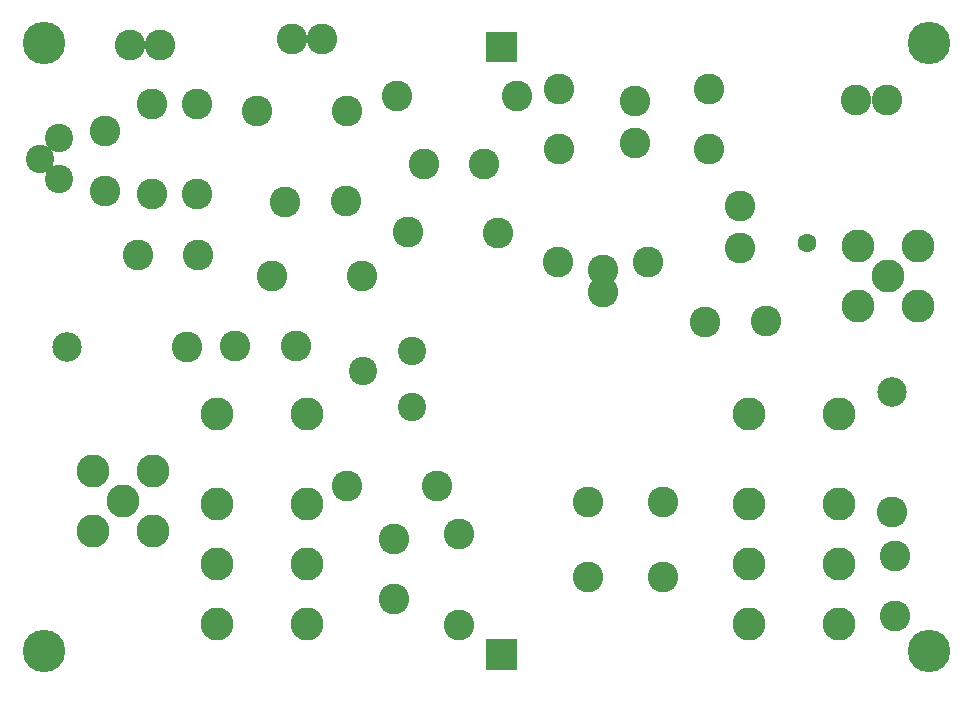
<source format=gbr>
%FSLAX34Y34*%
%MOMM*%
%LNSOLDERMASK_BOTTOM*%
G71*
G01*
%ADD10C,2.600*%
%ADD11C,2.400*%
%ADD12C,2.800*%
%ADD13C,2.600*%
%ADD14C,3.600*%
%ADD15C,2.500*%
%ADD16C,1.600*%
%LPD*%
X-255134Y127889D02*
G54D10*
D03*
X-331384Y127939D02*
G54D10*
D03*
X-381000Y6350D02*
G54D10*
D03*
X-431980Y6238D02*
G54D10*
D03*
X99496Y-49930D02*
G54D10*
D03*
X48516Y-50043D02*
G54D10*
D03*
X176375Y137425D02*
G54D10*
D03*
X201875Y137425D02*
G54D10*
D03*
X-200000Y-74700D02*
G54D11*
D03*
X-241300Y-92275D02*
G54D11*
D03*
X-199965Y-122591D02*
G54D11*
D03*
X-469900Y-176200D02*
G54D12*
D03*
X-419100Y-176200D02*
G54D12*
D03*
X-444500Y-201600D02*
G54D12*
D03*
X-419100Y-227000D02*
G54D12*
D03*
X-469900Y-227000D02*
G54D12*
D03*
X-256103Y51669D02*
G54D10*
D03*
X-307084Y51557D02*
G54D10*
D03*
X-242434Y-11811D02*
G54D10*
D03*
X-318684Y-11761D02*
G54D10*
D03*
X-178934Y-189611D02*
G54D10*
D03*
X-255184Y-189561D02*
G54D10*
D03*
X-215564Y-233725D02*
G54D10*
D03*
X-215452Y-284706D02*
G54D10*
D03*
X-159972Y-306526D02*
G54D10*
D03*
X-159921Y-230276D02*
G54D10*
D03*
X51136Y147275D02*
G54D10*
D03*
X51248Y96294D02*
G54D10*
D03*
X-75864Y147275D02*
G54D10*
D03*
X-75752Y96294D02*
G54D10*
D03*
X-76200Y0D02*
G54D10*
D03*
X0Y0D02*
G54D10*
D03*
X-38100Y-25400D02*
G54D10*
D03*
X-11044Y101506D02*
G54D10*
D03*
X-11044Y136606D02*
G54D10*
D03*
X-50800Y-203200D02*
G54D10*
D03*
X12700Y-203200D02*
G54D10*
D03*
X12700Y-266700D02*
G54D10*
D03*
X-50800Y-266700D02*
G54D10*
D03*
X-126950Y25350D02*
G54D10*
D03*
X-203200Y25400D02*
G54D10*
D03*
X-255134Y127889D02*
G54D13*
D03*
X-215452Y-284706D02*
G54D13*
D03*
X-159972Y-306526D02*
G54D13*
D03*
X-288900Y-128551D02*
G54D13*
D03*
X-50800Y-266700D02*
G54D13*
D03*
X12700Y-266700D02*
G54D13*
D03*
G36*
X-137427Y195398D02*
X-111427Y195398D01*
X-111427Y169398D01*
X-137427Y169398D01*
X-137427Y195398D01*
G37*
X-511150Y-328700D02*
G54D14*
D03*
X-511150Y185650D02*
G54D14*
D03*
X238150Y185650D02*
G54D14*
D03*
X238150Y-328700D02*
G54D14*
D03*
X-111100Y141200D02*
G54D10*
D03*
X-212700Y141200D02*
G54D10*
D03*
X-139046Y83723D02*
G54D10*
D03*
X-190027Y83611D02*
G54D10*
D03*
X77856Y12606D02*
G54D10*
D03*
X77856Y47706D02*
G54D10*
D03*
X-365100Y-128551D02*
G54D12*
D03*
X-288900Y-128551D02*
G54D12*
D03*
X-365100Y-204751D02*
G54D12*
D03*
X-365100Y-255551D02*
G54D12*
D03*
X-365100Y-306351D02*
G54D12*
D03*
X-288900Y-204751D02*
G54D12*
D03*
X-288900Y-255551D02*
G54D12*
D03*
X-288900Y-306351D02*
G54D12*
D03*
X-390500Y-71400D02*
G54D15*
D03*
X-492100Y-71400D02*
G54D15*
D03*
X-298590Y-70575D02*
G54D10*
D03*
X-349570Y-70687D02*
G54D10*
D03*
X-390500Y-71400D02*
G54D10*
D03*
X-390500Y-71400D02*
G54D13*
D03*
X-298590Y-70575D02*
G54D13*
D03*
X177800Y14300D02*
G54D12*
D03*
X228600Y14300D02*
G54D12*
D03*
X203200Y-11100D02*
G54D12*
D03*
X228600Y-36500D02*
G54D12*
D03*
X177800Y-36500D02*
G54D12*
D03*
X85750Y-128551D02*
G54D12*
D03*
X161950Y-128551D02*
G54D12*
D03*
X85750Y-204751D02*
G54D12*
D03*
X85750Y-255551D02*
G54D12*
D03*
X85750Y-306351D02*
G54D12*
D03*
X161950Y-204751D02*
G54D12*
D03*
X161950Y-255551D02*
G54D12*
D03*
X161950Y-306351D02*
G54D12*
D03*
X206400Y-211100D02*
G54D15*
D03*
X206400Y-109500D02*
G54D15*
D03*
X209358Y-299493D02*
G54D10*
D03*
X209246Y-248512D02*
G54D10*
D03*
X-438941Y184372D02*
G54D10*
D03*
X-413441Y184372D02*
G54D10*
D03*
X206400Y-211100D02*
G54D13*
D03*
X209358Y-299493D02*
G54D13*
D03*
X51248Y96294D02*
G54D13*
D03*
X-11044Y101506D02*
G54D13*
D03*
X-75752Y96294D02*
G54D13*
D03*
X-139046Y83723D02*
G54D13*
D03*
X77856Y12606D02*
G54D13*
D03*
X-255184Y-189561D02*
G54D13*
D03*
X161950Y-128551D02*
G54D13*
D03*
X-499041Y105521D02*
G54D11*
D03*
X-514941Y87946D02*
G54D11*
D03*
X-499006Y70330D02*
G54D11*
D03*
X-459655Y60456D02*
G54D10*
D03*
X-459767Y111437D02*
G54D10*
D03*
X-420308Y58048D02*
G54D10*
D03*
X-420258Y134298D02*
G54D10*
D03*
X-382208Y58048D02*
G54D10*
D03*
X-382158Y134298D02*
G54D10*
D03*
X-301600Y188949D02*
G54D10*
D03*
X-276200Y188949D02*
G54D10*
D03*
G36*
X-137427Y-318952D02*
X-111427Y-318952D01*
X-111427Y-344952D01*
X-137427Y-344952D01*
X-137427Y-318952D01*
G37*
X-38100Y-6350D02*
G54D10*
D03*
X134740Y16100D02*
G54D16*
D03*
M02*

</source>
